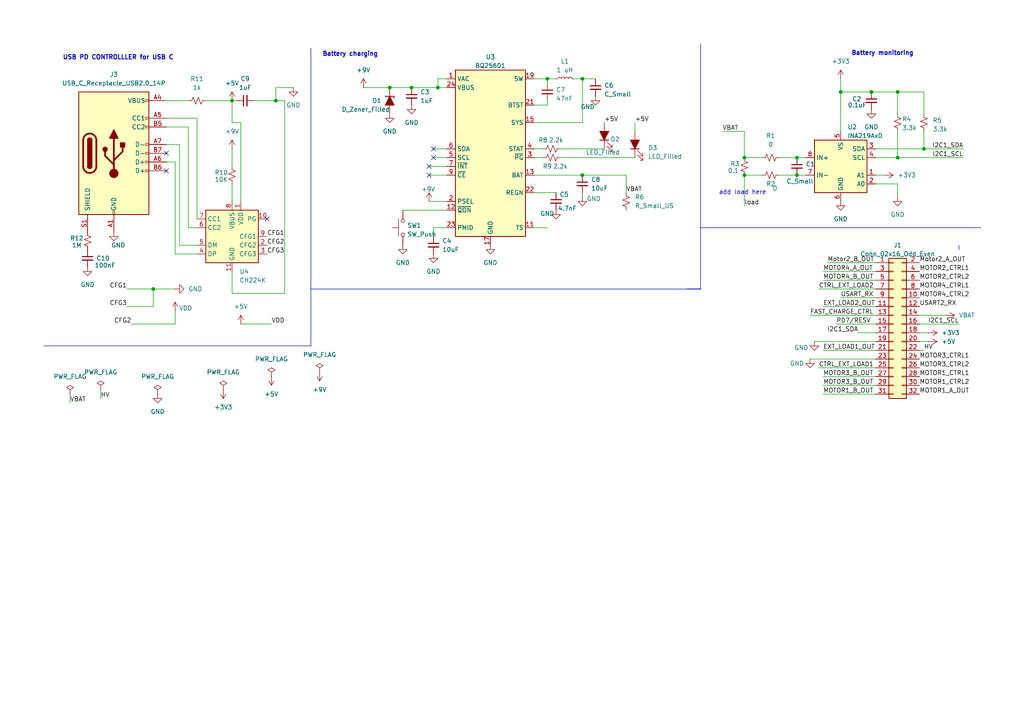
<source format=kicad_sch>
(kicad_sch (version 20250114) (generator "eeschema") (generator_version "9.0")
  (paper "A4")
  (lib_symbols
    (symbol "Battery_Management:BQ25601"
      (property "Reference" "U" (at -8.89 26.67 0))
      (property "Value" "BQ25601" (at 6.35 26.67 0))
      (symbol "BQ25601_0_1"
        (rectangle (start -10.16 -22.86) (end 10.16 25.4) (stroke (width 0.254)) (fill (type background)))
      )
      (symbol "BQ25601_1_1"
        (pin input line (at -12.7 22.86 0) (length 2.54) (name "VAC") (number "1"))
        (pin power_in line (at -12.7 20.32 0) (length 2.54) (name "VBUS") (number "24"))
        (pin bidirectional line (at -12.7 2.54 0) (length 2.54) (name "SDA") (number "6"))
        (pin input line (at -12.7 0 0) (length 2.54) (name "SCL") (number "5"))
        (pin open_collector line (at -12.7 -2.54 0) (length 2.54) (name "~{INT}") (number "7"))
        (pin input line (at -12.7 -5.08 0) (length 2.54) (name "~{CE}") (number "9"))
        (pin input line (at -12.7 -12.7 0) (length 2.54) (name "PSEL") (number "2"))
        (pin input line (at -12.7 -15.24 0) (length 2.54) (name "~{QON}") (number "12"))
        (pin passive line (at -12.7 -20.32 0) (length 2.54) (name "PMID") (number "23"))
        (pin no_connect line (at -10.16 15.24 0) (length 2.54) (hide yes) (name "NC") (number "8"))
        (pin no_connect line (at -10.16 12.7 0) (length 2.54) (hide yes) (name "NC") (number "10"))
        (pin power_in line (at 0 -25.4 90) (length 2.54) (name "GND") (number "17"))
        (pin passive line (at 0 -25.4 90) (length 2.54) (hide yes) (name "GND") (number "18"))
        (pin passive line (at 0 -25.4 90) (length 2.54) (hide yes) (name "GND") (number "25"))
        (pin passive line (at 12.7 22.86 180) (length 2.54) (name "SW") (number "19"))
        (pin passive line (at 12.7 22.86 180) (length 2.54) (hide yes) (name "SW") (number "20"))
        (pin input line (at 12.7 15.24 180) (length 2.54) (name "BTST") (number "21"))
        (pin passive line (at 12.7 10.16 180) (length 2.54) (name "SYS") (number "15"))
        (pin passive line (at 12.7 10.16 180) (length 2.54) (hide yes) (name "SYS") (number "16"))
        (pin open_collector line (at 12.7 2.54 180) (length 2.54) (name "STAT") (number "4"))
        (pin open_collector line (at 12.7 0 180) (length 2.54) (name "~{PG}") (number "3"))
        (pin power_in line (at 12.7 -5.08 180) (length 2.54) (name "BAT") (number "13"))
        (pin passive line (at 12.7 -5.08 180) (length 2.54) (hide yes) (name "BAT") (number "14"))
        (pin passive line (at 12.7 -10.16 180) (length 2.54) (name "REGN") (number "22"))
        (pin passive line (at 12.7 -20.32 180) (length 2.54) (name "TS") (number "11"))
      )
    )
    (symbol "Connector:USB_C_Receptacle_USB2.0_14P" (pin_names (offset 1.016))
      (property "Reference" "J" (at 0 22.225 0))
      (property "Value" "USB_C_Receptacle_USB2.0_14P" (at 0 19.685 0))
      (symbol "USB_C_Receptacle_USB2.0_14P_0_0"
        (rectangle (start -0.254 -17.78) (end 0.254 -16.764))
        (rectangle (start 10.16 15.494) (end 9.144 14.986))
        (rectangle (start 10.16 10.414) (end 9.144 9.906))
        (rectangle (start 10.16 7.874) (end 9.144 7.366))
        (rectangle (start 10.16 2.794) (end 9.144 2.286))
        (rectangle (start 10.16 0.254) (end 9.144 -0.254))
        (rectangle (start 10.16 -2.286) (end 9.144 -2.794))
        (rectangle (start 10.16 -4.826) (end 9.144 -5.334))
      )
      (symbol "USB_C_Receptacle_USB2.0_14P_0_1"
        (rectangle (start -10.16 17.78) (end 10.16 -17.78) (stroke (width 0.254)) (fill (type background)))
        (polyline (pts (xy -8.89 -3.81) (xy -8.89 3.81)) (stroke (width 0.508)))
        (rectangle (start -7.62 -3.81) (end -6.35 3.81) (stroke (width 0.254)) (fill (type outline)))
        (arc (start -7.62 3.81) (mid -6.985 4.4423) (end -6.35 3.81) (stroke (width 0.254)))
        (arc (start -7.62 3.81) (mid -6.985 4.4423) (end -6.35 3.81) (stroke (width 0.254)) (fill (type outline)))
        (arc (start -8.89 3.81) (mid -6.985 5.7067) (end -5.08 3.81) (stroke (width 0.508)))
        (arc (start -5.08 -3.81) (mid -6.985 -5.7067) (end -8.89 -3.81) (stroke (width 0.508)))
        (arc (start -6.35 -3.81) (mid -6.985 -4.4423) (end -7.62 -3.81) (stroke (width 0.254)))
        (arc (start -6.35 -3.81) (mid -6.985 -4.4423) (end -7.62 -3.81) (stroke (width 0.254)) (fill (type outline)))
        (polyline (pts (xy -5.08 3.81) (xy -5.08 -3.81)) (stroke (width 0.508)))
        (circle (center -2.54 1.143) (radius 0.635) (stroke (width 0.254)) (fill (type outline)))
        (polyline (pts (xy -1.27 4.318) (xy 0 6.858) (xy 1.27 4.318) (xy -1.27 4.318)) (stroke (width 0.254)) (fill (type outline)))
        (polyline (pts (xy 0 -2.032) (xy 2.54 0.508) (xy 2.54 1.778)) (stroke (width 0.508)))
        (polyline (pts (xy 0 -3.302) (xy -2.54 -0.762) (xy -2.54 0.508)) (stroke (width 0.508)))
        (polyline (pts (xy 0 -5.842) (xy 0 4.318)) (stroke (width 0.508)))
        (circle (center 0 -5.842) (radius 1.27) (fill (type outline)))
        (rectangle (start 1.905 1.778) (end 3.175 3.048) (stroke (width 0.254)) (fill (type outline)))
      )
      (symbol "USB_C_Receptacle_USB2.0_14P_1_1"
        (pin passive line (at -7.62 -22.86 90) (length 5.08) (name "SHIELD") (number "S1"))
        (pin passive line (at 0 -22.86 90) (length 5.08) (name "GND") (number "A1"))
        (pin passive line (at 0 -22.86 90) (length 5.08) (hide yes) (name "GND") (number "A12"))
        (pin passive line (at 0 -22.86 90) (length 5.08) (hide yes) (name "GND") (number "B1"))
        (pin passive line (at 0 -22.86 90) (length 5.08) (hide yes) (name "GND") (number "B12"))
        (pin passive line (at 15.24 15.24 180) (length 5.08) (name "VBUS") (number "A4"))
        (pin passive line (at 15.24 15.24 180) (length 5.08) (hide yes) (name "VBUS") (number "A9"))
        (pin passive line (at 15.24 15.24 180) (length 5.08) (hide yes) (name "VBUS") (number "B4"))
        (pin passive line (at 15.24 15.24 180) (length 5.08) (hide yes) (name "VBUS") (number "B9"))
        (pin bidirectional line (at 15.24 10.16 180) (length 5.08) (name "CC1") (number "A5"))
        (pin bidirectional line (at 15.24 7.62 180) (length 5.08) (name "CC2") (number "B5"))
        (pin bidirectional line (at 15.24 2.54 180) (length 5.08) (name "D-") (number "A7"))
        (pin bidirectional line (at 15.24 0 180) (length 5.08) (name "D-") (number "B7"))
        (pin bidirectional line (at 15.24 -2.54 180) (length 5.08) (name "D+") (number "A6"))
        (pin bidirectional line (at 15.24 -5.08 180) (length 5.08) (name "D+") (number "B6"))
      )
    )
    (symbol "Connector_Generic:Conn_02x16_Odd_Even" (pin_names (offset 1.016) (hide yes))
      (property "Reference" "J" (at 1.27 20.32 0))
      (property "Value" "Conn_02x16_Odd_Even" (at 1.27 -22.86 0))
      (symbol "Conn_02x16_Odd_Even_1_1"
        (rectangle (start -1.27 19.05) (end 3.81 -21.59) (stroke (width 0.254)) (fill (type background)))
        (rectangle (start -1.27 17.907) (end 0 17.653) (stroke (width 0.1524)))
        (rectangle (start -1.27 15.367) (end 0 15.113) (stroke (width 0.1524)))
        (rectangle (start -1.27 12.827) (end 0 12.573) (stroke (width 0.1524)))
        (rectangle (start -1.27 10.287) (end 0 10.033) (stroke (width 0.1524)))
        (rectangle (start -1.27 7.747) (end 0 7.493) (stroke (width 0.1524)))
        (rectangle (start -1.27 5.207) (end 0 4.953) (stroke (width 0.1524)))
        (rectangle (start -1.27 2.667) (end 0 2.413) (stroke (width 0.1524)))
        (rectangle (start -1.27 0.127) (end 0 -0.127) (stroke (width 0.1524)))
        (rectangle (start -1.27 -2.413) (end 0 -2.667) (stroke (width 0.1524)))
        (rectangle (start -1.27 -4.953) (end 0 -5.207) (stroke (width 0.1524)))
        (rectangle (start -1.27 -7.493) (end 0 -7.747) (stroke (width 0.1524)))
        (rectangle (start -1.27 -10.033) (end 0 -10.287) (stroke (width 0.1524)))
        (rectangle (start -1.27 -12.573) (end 0 -12.827) (stroke (width 0.1524)))
        (rectangle (start -1.27 -15.113) (end 0 -15.367) (stroke (width 0.1524)))
        (rectangle (start -1.27 -17.653) (end 0 -17.907) (stroke (width 0.1524)))
        (rectangle (start -1.27 -20.193) (end 0 -20.447) (stroke (width 0.1524)))
        (rectangle (start 3.81 17.907) (end 2.54 17.653) (stroke (width 0.1524)))
        (rectangle (start 3.81 15.367) (end 2.54 15.113) (stroke (width 0.1524)))
        (rectangle (start 3.81 12.827) (end 2.54 12.573) (stroke (width 0.1524)))
        (rectangle (start 3.81 10.287) (end 2.54 10.033) (stroke (width 0.1524)))
        (rectangle (start 3.81 7.747) (end 2.54 7.493) (stroke (width 0.1524)))
        (rectangle (start 3.81 5.207) (end 2.54 4.953) (stroke (width 0.1524)))
        (rectangle (start 3.81 2.667) (end 2.54 2.413) (stroke (width 0.1524)))
        (rectangle (start 3.81 0.127) (end 2.54 -0.127) (stroke (width 0.1524)))
        (rectangle (start 3.81 -2.413) (end 2.54 -2.667) (stroke (width 0.1524)))
        (rectangle (start 3.81 -4.953) (end 2.54 -5.207) (stroke (width 0.1524)))
        (rectangle (start 3.81 -7.493) (end 2.54 -7.747) (stroke (width 0.1524)))
        (rectangle (start 3.81 -10.033) (end 2.54 -10.287) (stroke (width 0.1524)))
        (rectangle (start 3.81 -12.573) (end 2.54 -12.827) (stroke (width 0.1524)))
        (rectangle (start 3.81 -15.113) (end 2.54 -15.367) (stroke (width 0.1524)))
        (rectangle (start 3.81 -17.653) (end 2.54 -17.907) (stroke (width 0.1524)))
        (rectangle (start 3.81 -20.193) (end 2.54 -20.447) (stroke (width 0.1524)))
        (pin passive line (at -5.08 17.78 0) (length 3.81) (name "Pin_1") (number "1"))
        (pin passive line (at -5.08 15.24 0) (length 3.81) (name "Pin_3") (number "3"))
        (pin passive line (at -5.08 12.7 0) (length 3.81) (name "Pin_5") (number "5"))
        (pin passive line (at -5.08 10.16 0) (length 3.81) (name "Pin_7") (number "7"))
        (pin passive line (at -5.08 7.62 0) (length 3.81) (name "Pin_9") (number "9"))
        (pin passive line (at -5.08 5.08 0) (length 3.81) (name "Pin_11") (number "11"))
        (pin passive line (at -5.08 2.54 0) (length 3.81) (name "Pin_13") (number "13"))
        (pin passive line (at -5.08 0 0) (length 3.81) (name "Pin_15") (number "15"))
        (pin passive line (at -5.08 -2.54 0) (length 3.81) (name "Pin_17") (number "17"))
        (pin passive line (at -5.08 -5.08 0) (length 3.81) (name "Pin_19") (number "19"))
        (pin passive line (at -5.08 -7.62 0) (length 3.81) (name "Pin_21") (number "21"))
        (pin passive line (at -5.08 -10.16 0) (length 3.81) (name "Pin_23") (number "23"))
        (pin passive line (at -5.08 -12.7 0) (length 3.81) (name "Pin_25") (number "25"))
        (pin passive line (at -5.08 -15.24 0) (length 3.81) (name "Pin_27") (number "27"))
        (pin passive line (at -5.08 -17.78 0) (length 3.81) (name "Pin_29") (number "29"))
        (pin passive line (at -5.08 -20.32 0) (length 3.81) (name "Pin_31") (number "31"))
        (pin passive line (at 7.62 17.78 180) (length 3.81) (name "Pin_2") (number "2"))
        (pin passive line (at 7.62 15.24 180) (length 3.81) (name "Pin_4") (number "4"))
        (pin passive line (at 7.62 12.7 180) (length 3.81) (name "Pin_6") (number "6"))
        (pin passive line (at 7.62 10.16 180) (length 3.81) (name "Pin_8") (number "8"))
        (pin passive line (at 7.62 7.62 180) (length 3.81) (name "Pin_10") (number "10"))
        (pin passive line (at 7.62 5.08 180) (length 3.81) (name "Pin_12") (number "12"))
        (pin passive line (at 7.62 2.54 180) (length 3.81) (name "Pin_14") (number "14"))
        (pin passive line (at 7.62 0 180) (length 3.81) (name "Pin_16") (number "16"))
        (pin passive line (at 7.62 -2.54 180) (length 3.81) (name "Pin_18") (number "18"))
        (pin passive line (at 7.62 -5.08 180) (length 3.81) (name "Pin_20") (number "20"))
        (pin passive line (at 7.62 -7.62 180) (length 3.81) (name "Pin_22") (number "22"))
        (pin passive line (at 7.62 -10.16 180) (length 3.81) (name "Pin_24") (number "24"))
        (pin passive line (at 7.62 -12.7 180) (length 3.81) (name "Pin_26") (number "26"))
        (pin passive line (at 7.62 -15.24 180) (length 3.81) (name "Pin_28") (number "28"))
        (pin passive line (at 7.62 -17.78 180) (length 3.81) (name "Pin_30") (number "30"))
        (pin passive line (at 7.62 -20.32 180) (length 3.81) (name "Pin_32") (number "32"))
      )
    )
    (symbol "Device:C_Small" (pin_numbers (hide yes)) (pin_names (offset 0.254) (hide yes))
      (property "Reference" "C" (at 0.254 1.778 0))
      (property "Value" "C_Small" (at 0.254 -2.032 0))
      (symbol "C_Small_0_1"
        (polyline (pts (xy -1.524 0.508) (xy 1.524 0.508)) (stroke (width 0.3048)))
        (polyline (pts (xy -1.524 -0.508) (xy 1.524 -0.508)) (stroke (width 0.3302)))
      )
      (symbol "C_Small_1_1"
        (pin passive line (at 0 2.54 270) (length 2.032) (name "~") (number "1"))
        (pin passive line (at 0 -2.54 90) (length 2.032) (name "~") (number "2"))
      )
    )
    (symbol "Device:D_Zener_Filled" (pin_numbers (hide yes)) (pin_names (offset 1.016) (hide yes))
      (property "Reference" "D" (at 0 2.54 0))
      (property "Value" "D_Zener_Filled" (at 0 -2.54 0))
      (symbol "D_Zener_Filled_0_1"
        (polyline (pts (xy -1.27 -1.27) (xy -1.27 1.27) (xy -0.762 1.27)) (stroke (width 0.254)))
        (polyline (pts (xy 1.27 0) (xy -1.27 0)))
        (polyline (pts (xy 1.27 -1.27) (xy 1.27 1.27) (xy -1.27 0) (xy 1.27 -1.27)) (stroke (width 0.254)) (fill (type outline)))
      )
      (symbol "D_Zener_Filled_1_1"
        (pin passive line (at -3.81 0 0) (length 2.54) (name "K") (number "1"))
        (pin passive line (at 3.81 0 180) (length 2.54) (name "A") (number "2"))
      )
    )
    (symbol "Device:LED_Filled" (pin_numbers (hide yes)) (pin_names (offset 1.016) (hide yes))
      (property "Reference" "D" (at 0 2.54 0))
      (property "Value" "LED_Filled" (at 0 -2.54 0))
      (symbol "LED_Filled_0_1"
        (polyline (pts (xy -3.048 -0.762) (xy -4.572 -2.286) (xy -3.81 -2.286) (xy -4.572 -2.286) (xy -4.572 -1.524)))
        (polyline (pts (xy -1.778 -0.762) (xy -3.302 -2.286) (xy -2.54 -2.286) (xy -3.302 -2.286) (xy -3.302 -1.524)))
        (polyline (pts (xy -1.27 0) (xy 1.27 0)))
        (polyline (pts (xy -1.27 -1.27) (xy -1.27 1.27)) (stroke (width 0.254)))
        (polyline (pts (xy 1.27 -1.27) (xy 1.27 1.27) (xy -1.27 0) (xy 1.27 -1.27)) (stroke (width 0.254)) (fill (type outline)))
      )
      (symbol "LED_Filled_1_1"
        (pin passive line (at -3.81 0 0) (length 2.54) (name "K") (number "1"))
        (pin passive line (at 3.81 0 180) (length 2.54) (name "A") (number "2"))
      )
    )
    (symbol "Device:L_Small" (pin_numbers (hide yes)) (pin_names (offset 0.254) (hide yes))
      (property "Reference" "L" (at 0.762 1.016 0))
      (property "Value" "L_Small" (at 0.762 -1.016 0))
      (symbol "L_Small_0_1"
        (arc (start 0 2.032) (mid 0.5058 1.524) (end 0 1.016))
        (arc (start 0 1.016) (mid 0.5058 0.508) (end 0 0))
        (arc (start 0 0) (mid 0.5058 -0.508) (end 0 -1.016))
        (arc (start 0 -1.016) (mid 0.5058 -1.524) (end 0 -2.032))
      )
      (symbol "L_Small_1_1"
        (pin passive line (at 0 2.54 270) (length 0.508) (name "~") (number "1"))
        (pin passive line (at 0 -2.54 90) (length 0.508) (name "~") (number "2"))
      )
    )
    (symbol "Device:R_Small_US" (pin_numbers (hide yes)) (pin_names (offset 0.254) (hide yes))
      (property "Reference" "R" (at 0.762 0.508 0))
      (property "Value" "R_Small_US" (at 0.762 -1.016 0))
      (symbol "R_Small_US_1_1"
        (polyline (pts (xy 0 1.524) (xy 1.016 1.143) (xy 0 0.762) (xy -1.016 0.381) (xy 0 0)))
        (polyline (pts (xy 0 0) (xy 1.016 -0.381) (xy 0 -0.762) (xy -1.016 -1.143) (xy 0 -1.524)))
        (pin passive line (at 0 2.54 270) (length 1.016) (name "~") (number "1"))
        (pin passive line (at 0 -2.54 90) (length 1.016) (name "~") (number "2"))
      )
    )
    (symbol "GND_1" (power) (pin_numbers (hide yes)) (pin_names (offset 0) (hide yes))
      (property "Value" "GND" (at 0 -3.81 0))
      (symbol "GND_1_0_1"
        (polyline (pts (xy 0 0) (xy 0 -1.27) (xy 1.27 -1.27) (xy 0 -2.54) (xy -1.27 -1.27) (xy 0 -1.27)))
      )
      (symbol "GND_1_1_1"
        (pin power_in line (at 0 0 270) (length 0) (name "~") (number "1"))
      )
    )
    (symbol "GND_10" (power) (pin_numbers (hide yes)) (pin_names (offset 0) (hide yes))
      (property "Value" "GND" (at 0 -3.81 0))
      (symbol "GND_10_0_1"
        (polyline (pts (xy 0 0) (xy 0 -1.27) (xy 1.27 -1.27) (xy 0 -2.54) (xy -1.27 -1.27) (xy 0 -1.27)))
      )
      (symbol "GND_10_1_1"
        (pin power_in line (at 0 0 270) (length 0) (name "~") (number "1"))
      )
    )
    (symbol "GND_11" (power) (pin_numbers (hide yes)) (pin_names (offset 0) (hide yes))
      (property "Value" "GND" (at 0 -3.81 0))
      (symbol "GND_11_0_1"
        (polyline (pts (xy 0 0) (xy 0 -1.27) (xy 1.27 -1.27) (xy 0 -2.54) (xy -1.27 -1.27) (xy 0 -1.27)))
      )
      (symbol "GND_11_1_1"
        (pin power_in line (at 0 0 270) (length 0) (name "~") (number "1"))
      )
    )
    (symbol "GND_12" (power) (pin_numbers (hide yes)) (pin_names (offset 0) (hide yes))
      (property "Value" "GND" (at 0 -3.81 0))
      (symbol "GND_12_0_1"
        (polyline (pts (xy 0 0) (xy 0 -1.27) (xy 1.27 -1.27) (xy 0 -2.54) (xy -1.27 -1.27) (xy 0 -1.27)))
      )
      (symbol "GND_12_1_1"
        (pin power_in line (at 0 0 270) (length 0) (name "~") (number "1"))
      )
    )
    (symbol "GND_13" (power) (pin_numbers (hide yes)) (pin_names (offset 0) (hide yes))
      (property "Value" "GND" (at 0 -3.81 0))
      (symbol "GND_13_0_1"
        (polyline (pts (xy 0 0) (xy 0 -1.27) (xy 1.27 -1.27) (xy 0 -2.54) (xy -1.27 -1.27) (xy 0 -1.27)))
      )
      (symbol "GND_13_1_1"
        (pin power_in line (at 0 0 270) (length 0) (name "~") (number "1"))
      )
    )
    (symbol "GND_14" (power) (pin_numbers (hide yes)) (pin_names (offset 0) (hide yes))
      (property "Value" "GND" (at 0 -3.81 0))
      (symbol "GND_14_0_1"
        (polyline (pts (xy 0 0) (xy 0 -1.27) (xy 1.27 -1.27) (xy 0 -2.54) (xy -1.27 -1.27) (xy 0 -1.27)))
      )
      (symbol "GND_14_1_1"
        (pin power_in line (at 0 0 270) (length 0) (name "~") (number "1"))
      )
    )
    (symbol "GND_15" (power) (pin_numbers (hide yes)) (pin_names (offset 0) (hide yes))
      (property "Value" "GND" (at 0 -3.81 0))
      (symbol "GND_15_0_1"
        (polyline (pts (xy 0 0) (xy 0 -1.27) (xy 1.27 -1.27) (xy 0 -2.54) (xy -1.27 -1.27) (xy 0 -1.27)))
      )
      (symbol "GND_15_1_1"
        (pin power_in line (at 0 0 270) (length 0) (name "~") (number "1"))
      )
    )
    (symbol "GND_16" (power) (pin_numbers (hide yes)) (pin_names (offset 0) (hide yes))
      (property "Value" "GND" (at 0 -3.81 0))
      (symbol "GND_16_0_1"
        (polyline (pts (xy 0 0) (xy 0 -1.27) (xy 1.27 -1.27) (xy 0 -2.54) (xy -1.27 -1.27) (xy 0 -1.27)))
      )
      (symbol "GND_16_1_1"
        (pin power_in line (at 0 0 270) (length 0) (name "~") (number "1"))
      )
    )
    (symbol "GND_17" (power) (pin_numbers (hide yes)) (pin_names (offset 0) (hide yes))
      (property "Value" "GND" (at 0 -3.81 0))
      (symbol "GND_17_0_1"
        (polyline (pts (xy 0 0) (xy 0 -1.27) (xy 1.27 -1.27) (xy 0 -2.54) (xy -1.27 -1.27) (xy 0 -1.27)))
      )
      (symbol "GND_17_1_1"
        (pin power_in line (at 0 0 270) (length 0) (name "~") (number "1"))
      )
    )
    (symbol "GND_18" (power) (pin_numbers (hide yes)) (pin_names (offset 0) (hide yes))
      (property "Value" "GND" (at 0 -3.81 0))
      (symbol "GND_18_0_1"
        (polyline (pts (xy 0 0) (xy 0 -1.27) (xy 1.27 -1.27) (xy 0 -2.54) (xy -1.27 -1.27) (xy 0 -1.27)))
      )
      (symbol "GND_18_1_1"
        (pin power_in line (at 0 0 270) (length 0) (name "~") (number "1"))
      )
    )
    (symbol "GND_19" (power) (pin_numbers (hide yes)) (pin_names (offset 0) (hide yes))
      (property "Value" "GND" (at 0 -3.81 0))
      (symbol "GND_19_0_1"
        (polyline (pts (xy 0 0) (xy 0 -1.27) (xy 1.27 -1.27) (xy 0 -2.54) (xy -1.27 -1.27) (xy 0 -1.27)))
      )
      (symbol "GND_19_1_1"
        (pin power_in line (at 0 0 270) (length 0) (name "~") (number "1"))
      )
    )
    (symbol "GND_2" (power) (pin_numbers (hide yes)) (pin_names (offset 0) (hide yes))
      (property "Value" "GND" (at 0 -3.81 0))
      (symbol "GND_2_0_1"
        (polyline (pts (xy 0 0) (xy 0 -1.27) (xy 1.27 -1.27) (xy 0 -2.54) (xy -1.27 -1.27) (xy 0 -1.27)))
      )
      (symbol "GND_2_1_1"
        (pin power_in line (at 0 0 270) (length 0) (name "~") (number "1"))
      )
    )
    (symbol "GND_3" (power) (pin_numbers (hide yes)) (pin_names (offset 0) (hide yes))
      (property "Value" "GND" (at 0 -3.81 0))
      (symbol "GND_3_0_1"
        (polyline (pts (xy 0 0) (xy 0 -1.27) (xy 1.27 -1.27) (xy 0 -2.54) (xy -1.27 -1.27) (xy 0 -1.27)))
      )
      (symbol "GND_3_1_1"
        (pin power_in line (at 0 0 270) (length 0) (name "~") (number "1"))
      )
    )
    (symbol "GND_4" (power) (pin_numbers (hide yes)) (pin_names (offset 0) (hide yes))
      (property "Value" "GND" (at 0 -3.81 0))
      (symbol "GND_4_0_1"
        (polyline (pts (xy 0 0) (xy 0 -1.27) (xy 1.27 -1.27) (xy 0 -2.54) (xy -1.27 -1.27) (xy 0 -1.27)))
      )
      (symbol "GND_4_1_1"
        (pin power_in line (at 0 0 270) (length 0) (name "~") (number "1"))
      )
    )
    (symbol "GND_5" (power) (pin_numbers (hide yes)) (pin_names (offset 0) (hide yes))
      (property "Value" "GND" (at 0 -3.81 0))
      (symbol "GND_5_0_1"
        (polyline (pts (xy 0 0) (xy 0 -1.27) (xy 1.27 -1.27) (xy 0 -2.54) (xy -1.27 -1.27) (xy 0 -1.27)))
      )
      (symbol "GND_5_1_1"
        (pin power_in line (at 0 0 270) (length 0) (name "~") (number "1"))
      )
    )
    (symbol "GND_6" (power) (pin_numbers (hide yes)) (pin_names (offset 0) (hide yes))
      (property "Value" "GND" (at 0 -3.81 0))
      (symbol "GND_6_0_1"
        (polyline (pts (xy 0 0) (xy 0 -1.27) (xy 1.27 -1.27) (xy 0 -2.54) (xy -1.27 -1.27) (xy 0 -1.27)))
      )
      (symbol "GND_6_1_1"
        (pin power_in line (at 0 0 270) (length 0) (name "~") (number "1"))
      )
    )
    (symbol "GND_9" (power) (pin_numbers (hide yes)) (pin_names (offset 0) (hide yes))
      (property "Value" "GND" (at 0 -3.81 0))
      (symbol "GND_9_0_1"
        (polyline (pts (xy 0 0) (xy 0 -1.27) (xy 1.27 -1.27) (xy 0 -2.54) (xy -1.27 -1.27) (xy 0 -1.27)))
      )
      (symbol "GND_9_1_1"
        (pin power_in line (at 0 0 270) (length 0) (name "~") (number "1"))
      )
    )
    (symbol "Interface_USB:CH224K"
      (property "Reference" "U" (at -7.874 -8.89 0))
      (property "Value" "CH224K" (at 3.048 -8.89 0))
      (symbol "CH224K_1_1"
        (rectangle (start -7.62 7.62) (end 7.62 -7.62) (stroke (width 0.254)) (fill (type background)))
        (pin bidirectional line (at -10.16 5.08 0) (length 2.54) (name "CC1") (number "7"))
        (pin bidirectional line (at -10.16 2.54 0) (length 2.54) (name "CC2") (number "6"))
        (pin bidirectional line (at -10.16 -2.54 0) (length 2.54) (name "DM") (number "5"))
        (pin bidirectional line (at -10.16 -5.08 0) (length 2.54) (name "DP") (number "4"))
        (pin passive line (at 0 10.16 270) (length 2.54) (name "VBUS") (number "8"))
        (pin power_in line (at 0 -10.16 90) (length 2.54) (name "GND") (number "11"))
        (pin power_in line (at 2.54 10.16 270) (length 2.54) (name "VDD") (number "1"))
        (pin open_collector line (at 10.16 5.08 180) (length 2.54) (name "PG") (number "10"))
        (pin passive line (at 10.16 0 180) (length 2.54) (name "CFG1") (number "9"))
        (pin passive line (at 10.16 -2.54 180) (length 2.54) (name "CFG2") (number "2"))
        (pin passive line (at 10.16 -5.08 180) (length 2.54) (name "CFG3") (number "3"))
      )
    )
    (symbol "Sensor_Energy:INA219AxD"
      (property "Reference" "U" (at -6.35 8.89 0))
      (property "Value" "INA219AxD" (at 5.08 8.89 0))
      (symbol "INA219AxD_0_1"
        (rectangle (start -7.62 7.62) (end 7.62 -7.62) (stroke (width 0.254)) (fill (type background)))
      )
      (symbol "INA219AxD_1_1"
        (pin input line (at -10.16 2.54 0) (length 2.54) (name "IN+") (number "8"))
        (pin input line (at -10.16 -2.54 0) (length 2.54) (name "IN-") (number "7"))
        (pin power_in line (at 0 10.16 270) (length 2.54) (name "VS") (number "5"))
        (pin power_in line (at 0 -10.16 90) (length 2.54) (name "GND") (number "6"))
        (pin bidirectional line (at 10.16 5.08 180) (length 2.54) (name "SDA") (number "3"))
        (pin input line (at 10.16 2.54 180) (length 2.54) (name "SCL") (number "4"))
        (pin input line (at 10.16 -2.54 180) (length 2.54) (name "A1") (number "1"))
        (pin input line (at 10.16 -5.08 180) (length 2.54) (name "A0") (number "2"))
      )
    )
    (symbol "Switch:SW_Push" (pin_numbers (hide yes)) (pin_names (offset 1.016) (hide yes))
      (property "Reference" "SW" (at 1.27 2.54 0))
      (property "Value" "SW_Push" (at 0 -1.524 0))
      (symbol "SW_Push_0_1"
        (circle (center -2.032 0) (radius 0.508))
        (polyline (pts (xy 0 1.27) (xy 0 3.048)))
        (circle (center 2.032 0) (radius 0.508))
        (polyline (pts (xy 2.54 1.27) (xy -2.54 1.27)))
        (pin passive line (at -5.08 0 0) (length 2.54) (name "1") (number "1"))
        (pin passive line (at 5.08 0 180) (length 2.54) (name "2") (number "2"))
      )
    )
    (symbol "power:+3V3" (power) (pin_numbers (hide yes)) (pin_names (offset 0) (hide yes))
      (property "Value" "+3V3" (at 0 3.556 0))
      (symbol "+3V3_0_1"
        (polyline (pts (xy -0.762 1.27) (xy 0 2.54)))
        (polyline (pts (xy 0 2.54) (xy 0.762 1.27)))
        (polyline (pts (xy 0 0) (xy 0 2.54)))
      )
      (symbol "+3V3_1_1"
        (pin power_in line (at 0 0 90) (length 0) (name "~") (number "1"))
      )
    )
    (symbol "power:+5V" (power) (pin_numbers (hide yes)) (pin_names (offset 0) (hide yes))
      (property "Value" "+5V" (at 0 3.556 0))
      (symbol "+5V_0_1"
        (polyline (pts (xy -0.762 1.27) (xy 0 2.54)))
        (polyline (pts (xy 0 2.54) (xy 0.762 1.27)))
        (polyline (pts (xy 0 0) (xy 0 2.54)))
      )
      (symbol "+5V_1_1"
        (pin power_in line (at 0 0 90) (length 0) (name "~") (number "1"))
      )
    )
    (symbol "power:+9V" (power) (pin_numbers (hide yes)) (pin_names (offset 0) (hide yes))
      (property "Value" "+9V" (at 0 3.556 0))
      (symbol "+9V_0_1"
        (polyline (pts (xy -0.762 1.27) (xy 0 2.54)))
        (polyline (pts (xy 0 2.54) (xy 0.762 1.27)))
        (polyline (pts (xy 0 0) (xy 0 2.54)))
      )
      (symbol "+9V_1_1"
        (pin power_in line (at 0 0 90) (length 0) (name "~") (number "1"))
      )
    )
    (symbol "power:+BATT" (power) (pin_numbers (hide yes)) (pin_names (offset 0) (hide yes))
      (property "Value" "+BATT" (at 0 3.556 0))
      (symbol "+BATT_0_1"
        (polyline (pts (xy -0.762 1.27) (xy 0 2.54)))
        (polyline (pts (xy 0 2.54) (xy 0.762 1.27)))
        (polyline (pts (xy 0 0) (xy 0 2.54)))
      )
      (symbol "+BATT_1_1"
        (pin power_in line (at 0 0 90) (length 0) (name "~") (number "1"))
      )
    )
    (symbol "power:GND" (power) (pin_numbers (hide yes)) (pin_names (offset 0) (hide yes))
      (property "Value" "GND" (at 0 -3.81 0))
      (symbol "GND_0_1"
        (polyline (pts (xy 0 0) (xy 0 -1.27) (xy 1.27 -1.27) (xy 0 -2.54) (xy -1.27 -1.27) (xy 0 -1.27)))
      )
      (symbol "GND_1_1"
        (pin power_in line (at 0 0 270) (length 0) (name "~") (number "1"))
      )
    )
    (symbol "power:PWR_FLAG" (power) (pin_numbers (hide yes)) (pin_names (offset 0) (hide yes))
      (property "Value" "PWR_FLAG" (at 0 3.81 0))
      (symbol "PWR_FLAG_0_0"
        (pin power_out line (at 0 0 90) (length 0) (name "~") (number "1"))
      )
      (symbol "PWR_FLAG_0_1"
        (polyline (pts (xy 0 0) (xy 0 1.27) (xy -1.016 1.905) (xy 0 2.54) (xy 1.016 1.905) (xy 0 1.27)))
      )
    )
    (symbol "power:VDD" (power) (pin_numbers (hide yes)) (pin_names (offset 0) (hide yes))
      (property "Value" "VDD" (at 0 3.556 0))
      (symbol "VDD_0_1"
        (polyline (pts (xy -0.762 1.27) (xy 0 2.54)))
        (polyline (pts (xy 0 2.54) (xy 0.762 1.27)))
        (polyline (pts (xy 0 0) (xy 0 2.54)))
      )
      (symbol "VDD_1_1"
        (pin power_in line (at 0 0 90) (length 0) (name "~") (number "1"))
      )
    )
  )
  (text "add load here" (at 215.392 55.88 0) (effects (font (size 1.27 1.27))))
  (text "USB PD CONTROLLLER for USB C" (at 34.29 16.764 0) (effects (font (size 1.27 1.27) (thickness 0.254) (bold yes))))
  (text "Battery charging" (at 93.472 16.51 0) (effects (font (size 1.27 1.27) (thickness 0.254) (bold yes)) (justify left bottom)))
  (text "Battery monitoring" (at 246.888 16.256 0) (effects (font (size 1.27 1.27) (thickness 0.254) (bold yes)) (justify left bottom)))
  (junction (at 260.35 45.72))
  (junction (at 215.9 45.72))
  (junction (at 231.14 50.8))
  (junction (at 231.14 45.72))
  (junction (at 80.01 29.21))
  (junction (at 215.9 50.8))
  (junction (at 168.91 22.86))
  (junction (at 243.84 26.67))
  (junction (at 267.97 43.18))
  (junction (at 113.03 25.4))
  (junction (at 67.31 29.21))
  (junction (at 168.91 50.8))
  (junction (at 119.38 25.4))
  (junction (at 252.73 26.67))
  (junction (at 44.45 83.82))
  (junction (at 127 25.4))
  (junction (at 260.35 26.67))
  (junction (at 158.75 22.86))
  (no_connect (at 48.26 44.45))
  (no_connect (at 77.47 63.5))
  (no_connect (at 48.26 49.53))
  (no_connect (at 125.73 45.72))
  (no_connect (at 124.46 48.26))
  (no_connect (at 124.46 50.8))
  (no_connect (at 125.73 43.18))
  (wire (pts (xy 127 25.4) (xy 129.54 25.4)))
  (wire (pts (xy 238.76 78.74) (xy 254 78.74)))
  (wire (pts (xy 242.57 93.98) (xy 254 93.98)))
  (wire (pts (xy 237.49 83.82) (xy 254 83.82)))
  (polyline (pts (xy 203.2 83.82) (xy 203.2 66.04)))
  (wire (pts (xy 52.07 71.12) (xy 57.15 71.12)))
  (wire (pts (xy 184.15 35.56) (xy 184.15 38.1)))
  (wire (pts (xy 266.7 93.98) (xy 278.13 93.98)))
  (wire (pts (xy 243.84 26.67) (xy 252.73 26.67)))
  (wire (pts (xy 105.41 25.4) (xy 113.03 25.4)))
  (wire (pts (xy 154.94 30.48) (xy 158.75 30.48)))
  (wire (pts (xy 54.61 36.83) (xy 54.61 66.04)))
  (wire (pts (xy 124.46 50.8) (xy 129.54 50.8)))
  (wire (pts (xy 158.75 22.86) (xy 158.75 24.13)))
  (wire (pts (xy 240.03 76.2) (xy 254 76.2)))
  (wire (pts (xy 67.31 53.34) (xy 67.31 58.42)))
  (wire (pts (xy 69.85 35.56) (xy 69.85 58.42)))
  (wire (pts (xy 260.35 45.72) (xy 279.4 45.72)))
  (wire (pts (xy 266.7 101.6) (xy 267.97 101.6)))
  (wire (pts (xy 67.31 29.21) (xy 68.58 29.21)))
  (wire (pts (xy 44.45 83.82) (xy 50.8 83.82)))
  (wire (pts (xy 254 53.34) (xy 260.35 53.34)))
  (wire (pts (xy 209.55 38.1) (xy 215.9 38.1)))
  (wire (pts (xy 44.45 83.82) (xy 44.45 88.9)))
  (wire (pts (xy 234.95 91.44) (xy 254 91.44)))
  (wire (pts (xy 69.85 93.98) (xy 78.74 93.98)))
  (wire (pts (xy 231.14 50.8) (xy 233.68 50.8)))
  (wire (pts (xy 252.73 26.67) (xy 260.35 26.67)))
  (wire (pts (xy 48.26 36.83) (xy 54.61 36.83)))
  (wire (pts (xy 243.84 22.86) (xy 243.84 26.67)))
  (wire (pts (xy 124.46 48.26) (xy 129.54 48.26)))
  (polyline (pts (xy 203.2 12.7) (xy 203.2 66.04)))
  (wire (pts (xy 260.35 53.34) (xy 260.35 57.15)))
  (wire (pts (xy 267.97 26.67) (xy 267.97 33.02)))
  (wire (pts (xy 238.76 111.76) (xy 254 111.76)))
  (wire (pts (xy 162.56 45.72) (xy 184.15 45.72)))
  (wire (pts (xy 234.95 104.14) (xy 254 104.14)))
  (wire (pts (xy 215.9 45.72) (xy 220.98 45.72)))
  (wire (pts (xy 166.37 22.86) (xy 168.91 22.86)))
  (wire (pts (xy 231.14 45.72) (xy 233.68 45.72)))
  (wire (pts (xy 129.54 22.86) (xy 127 22.86)))
  (wire (pts (xy 238.76 109.22) (xy 254 109.22)))
  (wire (pts (xy 50.8 73.66) (xy 57.15 73.66)))
  (wire (pts (xy 237.49 106.68) (xy 254 106.68)))
  (polyline (pts (xy 90.17 13.97) (xy 90.17 100.33)))
  (wire (pts (xy 125.73 43.18) (xy 129.54 43.18)))
  (wire (pts (xy 154.94 66.04) (xy 158.75 66.04)))
  (wire (pts (xy 52.07 41.91) (xy 52.07 71.12)))
  (wire (pts (xy 254 50.8) (xy 256.54 50.8)))
  (wire (pts (xy 248.92 96.52) (xy 254 96.52)))
  (wire (pts (xy 67.31 85.09) (xy 67.31 78.74)))
  (polyline (pts (xy 199.39 83.82) (xy 203.2 83.82)))
  (polyline (pts (xy 278.13 71.12) (xy 278.13 72.39)))
  (wire (pts (xy 29.21 113.03) (xy 29.21 115.57)))
  (wire (pts (xy 125.73 45.72) (xy 129.54 45.72)))
  (wire (pts (xy 48.26 29.21) (xy 54.61 29.21)))
  (wire (pts (xy 36.83 88.9) (xy 44.45 88.9)))
  (wire (pts (xy 267.97 43.18) (xy 279.4 43.18)))
  (wire (pts (xy 38.1 93.98) (xy 50.8 93.98)))
  (wire (pts (xy 67.31 29.21) (xy 67.31 35.56)))
  (wire (pts (xy 154.94 35.56) (xy 168.91 35.56)))
  (wire (pts (xy 266.7 91.44) (xy 274.32 91.44)))
  (wire (pts (xy 267.97 38.1) (xy 267.97 43.18)))
  (wire (pts (xy 48.26 41.91) (xy 52.07 41.91)))
  (wire (pts (xy 168.91 50.8) (xy 181.61 50.8)))
  (wire (pts (xy 226.06 50.8) (xy 231.14 50.8)))
  (wire (pts (xy 254 43.18) (xy 267.97 43.18)))
  (wire (pts (xy 48.26 34.29) (xy 57.15 34.29)))
  (wire (pts (xy 80.01 25.4) (xy 80.01 29.21)))
  (wire (pts (xy 67.31 43.18) (xy 67.31 48.26)))
  (wire (pts (xy 67.31 35.56) (xy 69.85 35.56)))
  (wire (pts (xy 266.7 99.06) (xy 269.24 99.06)))
  (wire (pts (xy 158.75 30.48) (xy 158.75 29.21)))
  (wire (pts (xy 54.61 66.04) (xy 57.15 66.04)))
  (wire (pts (xy 73.66 29.21) (xy 80.01 29.21)))
  (wire (pts (xy 59.69 29.21) (xy 67.31 29.21)))
  (wire (pts (xy 181.61 50.8) (xy 181.61 55.88)))
  (wire (pts (xy 162.56 43.18) (xy 175.26 43.18)))
  (wire (pts (xy 82.55 85.09) (xy 67.31 85.09)))
  (wire (pts (xy 20.32 116.84) (xy 20.32 114.3)))
  (wire (pts (xy 154.94 45.72) (xy 157.48 45.72)))
  (wire (pts (xy 129.54 66.04) (xy 125.73 66.04)))
  (wire (pts (xy 48.26 46.99) (xy 50.8 46.99)))
  (wire (pts (xy 158.75 22.86) (xy 161.29 22.86)))
  (wire (pts (xy 260.35 38.1) (xy 260.35 45.72)))
  (wire (pts (xy 168.91 57.15) (xy 168.91 55.88)))
  (wire (pts (xy 125.73 66.04) (xy 125.73 68.58)))
  (wire (pts (xy 124.46 58.42) (xy 129.54 58.42)))
  (wire (pts (xy 266.7 96.52) (xy 269.24 96.52)))
  (wire (pts (xy 116.84 60.96) (xy 129.54 60.96)))
  (wire (pts (xy 127 22.86) (xy 127 25.4)))
  (wire (pts (xy 238.76 101.6) (xy 254 101.6)))
  (wire (pts (xy 50.8 90.17) (xy 50.8 93.98)))
  (wire (pts (xy 154.94 50.8) (xy 168.91 50.8)))
  (wire (pts (xy 36.83 83.82) (xy 44.45 83.82)))
  (wire (pts (xy 238.76 81.28) (xy 254 81.28)))
  (wire (pts (xy 168.91 22.86) (xy 168.91 35.56)))
  (wire (pts (xy 254 45.72) (xy 260.35 45.72)))
  (wire (pts (xy 243.84 86.36) (xy 254 86.36)))
  (polyline (pts (xy 12.7 100.33) (xy 90.17 100.33)))
  (wire (pts (xy 168.91 22.86) (xy 172.72 22.86)))
  (wire (pts (xy 161.29 55.88) (xy 154.94 55.88)))
  (wire (pts (xy 154.94 22.86) (xy 158.75 22.86)))
  (wire (pts (xy 243.84 26.67) (xy 243.84 38.1)))
  (polyline (pts (xy 203.2 66.04) (xy 284.48 66.04)))
  (wire (pts (xy 215.9 50.8) (xy 215.9 59.69)))
  (wire (pts (xy 238.76 114.3) (xy 254 114.3)))
  (wire (pts (xy 57.15 34.29) (xy 57.15 63.5)))
  (wire (pts (xy 113.03 25.4) (xy 119.38 25.4)))
  (wire (pts (xy 236.22 99.06) (xy 254 99.06)))
  (polyline (pts (xy 90.17 83.82) (xy 203.2 83.82)))
  (wire (pts (xy 82.55 29.21) (xy 82.55 85.09)))
  (wire (pts (xy 119.38 25.4) (xy 127 25.4)))
  (wire (pts (xy 238.76 88.9) (xy 254 88.9)))
  (wire (pts (xy 80.01 25.4) (xy 85.09 25.4)))
  (wire (pts (xy 50.8 46.99) (xy 50.8 73.66)))
  (wire (pts (xy 154.94 43.18) (xy 157.48 43.18)))
  (wire (pts (xy 215.9 38.1) (xy 215.9 45.72)))
  (wire (pts (xy 226.06 45.72) (xy 231.14 45.72)))
  (wire (pts (xy 260.35 26.67) (xy 267.97 26.67)))
  (wire (pts (xy 260.35 26.67) (xy 260.35 33.02)))
  (wire (pts (xy 80.01 29.21) (xy 82.55 29.21)))
  (wire (pts (xy 215.9 50.8) (xy 220.98 50.8)))
  (label "I2C1_SCL" (at 278.13 93.98 180))
  (label "+5V" (at 184.15 35.56 0))
  (label "CFG1" (at 77.47 68.58 0))
  (label "MOTOR3_CTRL2" (at 266.7 106.68 0))
  (label "MOTOR1_CTRL1" (at 266.7 109.22 0))
  (label "CFG3" (at 77.47 73.66 0))
  (label "VBAT" (at 181.61 55.88 0))
  (label "HV" (at 267.97 101.6 0))
  (label "CFG2" (at 77.47 71.12 0))
  (label "MOTOR4_CTRL1" (at 266.7 83.82 0))
  (label "Motor2_A_OUT" (at 266.7 76.2 0))
  (label "I2C1_SDA" (at 279.4 43.18 180))
  (label "MOTOR3_CTRL1" (at 266.7 104.14 0))
  (label "EXT_LOAD2_OUT" (at 238.76 88.9 0))
  (label "+5V" (at 175.26 35.56 0))
  (label "Motor2_B_OUT" (at 240.03 76.2 0))
  (label "MOTOR4_A_OUT" (at 238.76 78.74 0))
  (label "CTRL_EXT_LOAD1" (at 237.49 106.68 0))
  (label "CFG1" (at 36.83 83.82 180))
  (label "EXT_LOAD1_OUT" (at 238.76 101.6 0))
  (label "VBAT" (at 20.32 116.84 0))
  (label "MOTOR3_B_OUT" (at 238.76 111.76 0))
  (label "VDD" (at 78.74 93.98 0))
  (label "MOTOR3_B_OUT" (at 238.76 109.22 0))
  (label "USART2_RX" (at 266.7 88.9 0))
  (label "MOTOR4_CTRL2" (at 266.7 86.36 0))
  (label "MOTOR4_B_OUT" (at 238.76 81.28 0))
  (label "load" (at 215.9 59.69 0))
  (label "I2C1_SDA" (at 248.92 96.52 180))
  (label "CFG3" (at 36.83 88.9 180))
  (label "USART_RX" (at 243.84 86.36 0))
  (label "CTRL_EXT_LOAD2" (at 237.49 83.82 0))
  (label "CFG2" (at 38.1 93.98 180))
  (label "MOTOR2_CTRL2" (at 266.7 81.28 0))
  (label "I2C1_SCL" (at 279.4 45.72 180))
  (label "MOTOR1_CTRL2" (at 266.7 111.76 0))
  (label "MOTOR1_A_OUT" (at 266.7 114.3 0))
  (label "MOTOR1_B_OUT" (at 238.76 114.3 0))
  (label "MOTOR2_CTRL1" (at 266.7 78.74 0))
  (label "VBAT" (at 209.55 38.1 0))
  (label "PD7{slash}RESV" (at 242.57 93.98 0))
  (label "FAST_CHARGE_CTRL" (at 234.95 91.44 0))
  (label "HV" (at 29.21 115.57 0))
  (symbol (lib_id "Connector:USB_C_Receptacle_USB2.0_14P") (at 33.02 44.45 0) (unit 1)
    (property "Reference" "J3" (at 33.02 21.59 0))
    (property "Value" "USB_C_Receptacle_USB2.0_14P" (at 33.02 24.13 0))
    (property "Datasheet" "https://www.usb.org/sites/default/files/documents/usb_type-c.zip" (effects (hide yes)))
    (property "Description" "USB 2.0-only 14P Type-C Receptacle connector" (effects (hide yes)))
  )
  (symbol (lib_id "Device:C_Small") (at 168.91 53.34 0) (unit 1)
    (property "Reference" "C8" (at 171.45 52.0762 0) (effects (justify left)))
    (property "Value" "10uF" (at 171.45 54.6162 0) (effects (justify left)))
  )
  (symbol (lib_name "GND_15") (lib_id "power:GND") (at 172.72 27.94 0) (unit 1)
    (property "Reference" "#PWR09" (effects (hide yes)))
    (property "Value" "GND" (at 170.434 30.988 0))
    (property "Description" "Power symbol creates a global label with name \"GND\" , ground" (effects (hide yes)))
  )
  (symbol (lib_id "power:VDD") (at 50.8 90.17 0) (unit 1)
    (property "Reference" "#PWR019" (effects (hide yes)))
    (property "Value" "VDD" (at 53.848 89.408 0))
    (property "Description" "Power symbol creates a global label with name \"VDD\"" (effects (hide yes)))
  )
  (symbol (lib_id "power:+3V3") (at 69.85 93.98 0) (unit 1)
    (property "Reference" "#PWR03" (effects (hide yes)))
    (property "Value" "+5V" (at 69.85 88.9 0))
    (property "Description" "Power symbol creates a global label with name \"+3V3\"" (effects (hide yes)))
  )
  (symbol (lib_id "Device:C_Small") (at 161.29 58.42 0) (unit 1)
    (property "Reference" "C5" (at 162.306 56.388 0) (effects (justify left)))
    (property "Value" "4.7nF" (at 161.798 60.452 0) (effects (justify left)))
  )
  (symbol (lib_name "GND_4") (lib_id "power:GND") (at 50.8 83.82 90) (unit 1)
    (property "Reference" "#PWR018" (effects (hide yes)))
    (property "Value" "GND" (at 54.61 83.8199 90) (effects (justify right)))
    (property "Description" "Power symbol creates a global label with name \"GND\" , ground" (effects (hide yes)))
  )
  (symbol (lib_id "Battery_Management:BQ25601") (at 142.24 45.72 0) (unit 1)
    (property "Reference" "U3" (at 142.24 16.51 0))
    (property "Value" "BQ25601" (at 142.24 19.05 0))
    (property "Footprint" "Package_DFN_QFN:Texas_S-PWQFN-N24_EP2.7x2.7mm_ThermalVias" (effects (hide yes)))
    (property "Datasheet" "http://www.ti.com/lit/ds/symlink/bq25601.pdf" (effects (hide yes)))
  )
  (symbol (lib_id "power:PWR_FLAG") (at 78.74 109.22 0) (unit 1)
    (property "Reference" "#FLG07" (effects (hide yes)))
    (property "Value" "PWR_FLAG" (at 78.74 104.14 0))
    (property "Description" "Special symbol for telling ERC where power comes from" (effects (hide yes)))
  )
  (symbol (lib_id "Device:R_Small_US") (at 223.52 45.72 90) (unit 1)
    (property "Reference" "R1" (at 223.52 39.37 90))
    (property "Value" "0" (at 223.52 41.91 90))
  )
  (symbol (lib_name "GND_14") (lib_id "power:GND") (at 119.38 30.48 0) (unit 1)
    (property "Reference" "#PWR06" (effects (hide yes)))
    (property "Value" "GND" (at 119.38 35.56 0))
    (property "Description" "Power symbol creates a global label with name \"GND\" , ground" (effects (hide yes)))
  )
  (symbol (lib_id "Switch:SW_Push") (at 116.84 66.04 90) (unit 1)
    (property "Reference" "SW1" (at 118.11 65.405 90) (effects (justify right)))
    (property "Value" "SW_Push" (at 118.11 67.945 90) (effects (justify right)))
  )
  (symbol (lib_id "Device:R_Small_US") (at 160.02 43.18 90) (unit 1)
    (property "Reference" "R8" (at 157.48 40.64 90))
    (property "Value" "2.2k" (at 161.29 40.64 90))
  )
  (symbol (lib_name "GND_5") (lib_id "power:GND") (at 236.22 99.06 0) (unit 1)
    (property "Reference" "#PWR022" (effects (hide yes)))
    (property "Value" "GND" (at 232.41 100.838 0))
    (property "Description" "Power symbol creates a global label with name \"GND\" , ground" (effects (hide yes)))
  )
  (symbol (lib_id "Interface_USB:CH224K") (at 67.31 68.58 0) (unit 1)
    (property "Reference" "U4" (at 69.4533 78.74 0) (effects (justify left)))
    (property "Value" "CH224K" (at 69.4533 81.28 0) (effects (justify left)))
    (property "Footprint" "Package_SO:SSOP-10-1EP_3.9x4.9mm_P1mm_EP2.1x3.3mm" (effects (hide yes)))
    (property "Datasheet" "https://www.wch.cn/downloads/file/301.html" (effects (hide yes)))
    (property "Description" "100W USB Type-C PD3.0/2.0, BC1.2 Sink Controller, SSOP-10" (effects (hide yes)))
  )
  (symbol (lib_name "GND_17") (lib_id "power:GND") (at 243.84 58.42 0) (unit 1)
    (property "Reference" "#PWR02" (effects (hide yes)))
    (property "Value" "GND" (at 243.84 63.5 0))
    (property "Description" "Power symbol creates a global label with name \"GND\" , ground" (effects (hide yes)))
  )
  (symbol (lib_id "power:+3V3") (at 269.24 96.52 270) (unit 1)
    (property "Reference" "#PWR020" (effects (hide yes)))
    (property "Value" "+3V3" (at 273.05 96.5199 90) (effects (justify left)))
    (property "Description" "Power symbol creates a global label with name \"+3V3\"" (effects (hide yes)))
  )
  (symbol (lib_id "power:+3V3") (at 256.54 50.8 270) (unit 1)
    (property "Reference" "#PWR025" (effects (hide yes)))
    (property "Value" "+3V3" (at 260.35 50.7999 90) (effects (justify left)))
    (property "Description" "Power symbol creates a global label with name \"+3V3\"" (effects (hide yes)))
  )
  (symbol (lib_id "Device:R_Small_US") (at 67.31 50.8 0) (unit 1)
    (property "Reference" "R10" (at 62.23 50.038 0) (effects (justify left)))
    (property "Value" "10K" (at 62.23 52.07 0) (effects (justify left)))
    (property "Description" "Resistor, small US symbol" (effects (hide yes)))
  )
  (symbol (lib_id "power:+3V3") (at 243.84 22.86 0) (unit 1)
    (property "Reference" "#PWR024" (effects (hide yes)))
    (property "Value" "+3V3" (at 243.84 17.78 0))
    (property "Description" "Power symbol creates a global label with name \"+3V3\"" (effects (hide yes)))
  )
  (symbol (lib_id "Device:C_Small") (at 125.73 71.12 0) (unit 1)
    (property "Reference" "C4" (at 128.27 69.8562 0) (effects (justify left)))
    (property "Value" "10uF" (at 128.27 72.3962 0) (effects (justify left)))
  )
  (symbol (lib_id "power:PWR_FLAG") (at 20.32 114.3 0) (unit 1)
    (property "Reference" "#FLG08" (effects (hide yes)))
    (property "Value" "PWR_FLAG" (at 20.32 109.22 0))
    (property "Description" "Special symbol for telling ERC where power comes from" (effects (hide yes)))
  )
  (symbol (lib_id "Device:C_Small") (at 25.4 74.93 0) (unit 1)
    (property "Reference" "C10" (at 27.94 74.93 0) (effects (justify left)))
    (property "Value" "100nF" (at 27.432 76.962 0) (effects (justify left)))
    (property "Description" "Unpolarized capacitor, small symbol" (effects (hide yes)))
  )
  (symbol (lib_id "Device:L_Small") (at 163.83 22.86 90) (unit 1)
    (property "Reference" "L1" (at 163.83 17.78 90))
    (property "Value" "1 uH" (at 163.83 20.32 90))
  )
  (symbol (lib_id "power:PWR_FLAG") (at 64.77 113.03 0) (unit 1)
    (property "Reference" "#FLG05" (effects (hide yes)))
    (property "Value" "PWR_FLAG" (at 64.77 107.95 0))
    (property "Description" "Special symbol for telling ERC where power comes from" (effects (hide yes)))
  )
  (symbol (lib_name "GND_6") (lib_id "power:GND") (at 234.95 104.14 0) (unit 1)
    (property "Reference" "#PWR023" (effects (hide yes)))
    (property "Value" "GND" (at 231.14 105.41 0))
    (property "Description" "Power symbol creates a global label with name \"GND\" , ground" (effects (hide yes)))
  )
  (symbol (lib_id "Device:R_Small_US") (at 181.61 58.42 0) (unit 1)
    (property "Reference" "R6" (at 184.15 57.1499 0) (effects (justify left)))
    (property "Value" "R_Small_US" (at 184.15 59.6899 0) (effects (justify left)))
    (property "Description" "Resistor, small US symbol" (effects (hide yes)))
  )
  (symbol (lib_id "power:+9V") (at 124.46 58.42 0) (unit 1)
    (property "Reference" "#PWR033" (effects (hide yes)))
    (property "Value" "+9V" (at 124.206 54.864 0))
    (property "Description" "Power symbol creates a global label with name \"+9V\"" (effects (hide yes)))
  )
  (symbol (lib_id "power:PWR_FLAG") (at 92.71 107.95 0) (unit 1)
    (property "Reference" "#FLG09" (effects (hide yes)))
    (property "Value" "PWR_FLAG" (at 92.71 102.87 0))
    (property "Description" "Special symbol for telling ERC where power comes from" (effects (hide yes)))
  )
  (symbol (lib_id "power:+5V") (at 269.24 99.06 270) (unit 1)
    (property "Reference" "#PWR012" (effects (hide yes)))
    (property "Value" "+5V" (at 273.05 99.0599 90) (effects (justify left)))
    (property "Description" "Power symbol creates a global label with name \"+5V\"" (effects (hide yes)))
  )
  (symbol (lib_name "GND_18") (lib_id "power:GND") (at 260.35 57.15 0) (unit 1)
    (property "Reference" "#PWR04" (effects (hide yes)))
    (property "Value" "GND" (at 260.35 62.23 0))
    (property "Description" "Power symbol creates a global label with name \"GND\" , ground" (effects (hide yes)))
  )
  (symbol (lib_id "Device:R_Small_US") (at 160.02 45.72 90) (unit 1)
    (property "Reference" "R9" (at 158.75 48.26 90))
    (property "Value" "2.2k" (at 162.56 48.26 90))
  )
  (symbol (lib_id "power:GND") (at 45.72 114.3 0) (unit 1)
    (property "Reference" "#PWR014" (effects (hide yes)))
    (property "Value" "GND" (at 45.72 119.38 0))
    (property "Description" "Power symbol creates a global label with name \"GND\" , ground" (effects (hide yes)))
  )
  (symbol (lib_id "power:+9V") (at 92.71 107.95 180) (unit 1)
    (property "Reference" "#PWR034" (effects (hide yes)))
    (property "Value" "+9V" (at 92.71 113.03 0))
    (property "Description" "Power symbol creates a global label with name \"+9V\"" (effects (hide yes)))
  )
  (symbol (lib_id "power:+3V3") (at 64.77 113.03 180) (unit 1)
    (property "Reference" "#PWR013" (effects (hide yes)))
    (property "Value" "+3V3" (at 64.77 118.11 0))
    (property "Description" "Power symbol creates a global label with name \"+3V3\"" (effects (hide yes)))
  )
  (symbol (lib_id "Device:C_Small") (at 119.38 27.94 0) (unit 1)
    (property "Reference" "C3" (at 121.92 26.6762 0) (effects (justify left)))
    (property "Value" "1uF" (at 121.92 29.2162 0) (effects (justify left)))
  )
  (symbol (lib_id "Device:C_Small") (at 158.75 26.67 0) (unit 1)
    (property "Reference" "C7" (at 161.29 26.0413 0) (effects (justify left)))
    (property "Value" "47nF" (at 161.29 28.5813 0) (effects (justify left)))
  )
  (symbol (lib_name "GND_19") (lib_id "power:GND") (at 252.73 31.75 0) (unit 1)
    (property "Reference" "#PWR07" (effects (hide yes)))
    (property "Value" "GND" (at 252.73 36.83 0))
    (property "Description" "Power symbol creates a global label with name \"GND\" , ground" (effects (hide yes)))
  )
  (symbol (lib_name "GND_12") (lib_id "power:GND") (at 168.91 57.15 0) (unit 1)
    (property "Reference" "#PWR030" (effects (hide yes)))
    (property "Value" "GND" (at 172.212 57.658 0))
    (property "Description" "Power symbol creates a global label with name \"GND\" , ground" (effects (hide yes)))
  )
  (symbol (lib_id "Device:C_Small") (at 71.12 29.21 90) (unit 1)
    (property "Reference" "C9" (at 71.1263 22.86 90))
    (property "Value" "1uF" (at 71.1263 25.4 90))
    (property "Description" "Unpolarized capacitor, small symbol" (effects (hide yes)))
  )
  (symbol (lib_id "Device:LED_Filled") (at 184.15 41.91 90) (unit 1)
    (property "Reference" "D3" (at 187.96 42.8625 90) (effects (justify right)))
    (property "Value" "LED_Filled" (at 187.96 45.4025 90) (effects (justify right)))
  )
  (symbol (lib_id "Device:C_Small") (at 231.14 48.26 0) (unit 1)
    (property "Reference" "C1" (at 233.68 47.6313 0) (effects (justify left)))
    (property "Value" "C_Small" (at 228.092 52.578 0) (effects (justify left)))
  )
  (symbol (lib_id "Device:R_Small_US") (at 215.9 48.26 0) (unit 1)
    (property "Reference" "R3" (at 211.836 47.498 0) (effects (justify left)))
    (property "Value" "0.1" (at 211.074 49.53 0) (effects (justify left)))
  )
  (symbol (lib_id "Connector_Generic:Conn_02x16_Odd_Even") (at 259.08 93.98 0) (unit 1)
    (property "Reference" "J1" (at 260.35 71.12 0))
    (property "Value" "Conn_02x16_Odd_Even" (at 260.35 73.66 0))
  )
  (symbol (lib_id "Device:R_Small_US") (at 25.4 69.85 0) (unit 1)
    (property "Reference" "R12" (at 20.32 69.088 0) (effects (justify left)))
    (property "Value" "1M" (at 20.828 71.12 0) (effects (justify left)))
    (property "Description" "Resistor, small US symbol" (effects (hide yes)))
  )
  (symbol (lib_id "Device:R_Small_US") (at 260.35 35.56 0) (unit 1)
    (property "Reference" "R4" (at 261.62 34.544 0) (effects (justify left)))
    (property "Value" "3.3k" (at 261.62 37.084 0) (effects (justify left)))
  )
  (symbol (lib_id "power:+9V") (at 67.31 43.18 0) (unit 1)
    (property "Reference" "#PWR031" (effects (hide yes)))
    (property "Value" "+9V" (at 67.31 38.1 0))
    (property "Description" "Power symbol creates a global label with name \"+9V\"" (effects (hide yes)))
  )
  (symbol (lib_name "GND_2") (lib_id "power:GND") (at 25.4 77.47 0) (unit 1)
    (property "Reference" "#PWR016" (effects (hide yes)))
    (property "Value" "GND" (at 25.4 82.55 0))
    (property "Description" "Power symbol creates a global label with name \"GND\" , ground" (effects (hide yes)))
  )
  (symbol (lib_id "Device:D_Zener_Filled") (at 113.03 29.21 270) (unit 1)
    (property "Reference" "D1" (at 107.95 29.21 90) (effects (justify left)))
    (property "Value" "D_Zener_Filled" (at 99.06 31.75 90) (effects (justify left)))
  )
  (symbol (lib_id "power:PWR_FLAG") (at 45.72 114.3 0) (unit 1)
    (property "Reference" "#FLG04" (effects (hide yes)))
    (property "Value" "PWR_FLAG" (at 45.72 109.22 0))
    (property "Description" "Special symbol for telling ERC where power comes from" (effects (hide yes)))
  )
  (symbol (lib_id "Device:C_Small") (at 252.73 29.21 0) (unit 1)
    (property "Reference" "C2" (at 247.142 28.702 0) (effects (justify left)))
    (property "Value" "0.1uF" (at 245.872 30.48 0) (effects (justify left)))
  )
  (symbol (lib_id "power:PWR_FLAG") (at 29.21 113.03 0) (unit 1)
    (property "Reference" "#FLG06" (effects (hide yes)))
    (property "Value" "PWR_FLAG" (at 29.21 107.95 0))
    (property "Description" "Special symbol for telling ERC where power comes from" (effects (hide yes)))
  )
  (symbol (lib_id "power:+5V") (at 78.74 109.22 180) (unit 1)
    (property "Reference" "#PWR01" (effects (hide yes)))
    (property "Value" "+5V" (at 78.74 114.3 0))
    (property "Description" "Power symbol creates a global label with name \"+5V\"" (effects (hide yes)))
  )
  (symbol (lib_id "Device:R_Small_US") (at 223.52 50.8 90) (unit 1)
    (property "Reference" "R2" (at 223.52 53.34 90))
    (property "Value" "0" (at 224.79 54.61 90))
  )
  (symbol (lib_name "GND_9") (lib_id "power:GND") (at 116.84 71.12 0) (unit 1)
    (property "Reference" "#PWR08" (effects (hide yes)))
    (property "Value" "GND" (at 116.84 76.2 0))
    (property "Description" "Power symbol creates a global label with name \"GND\" , ground" (effects (hide yes)))
  )
  (symbol (lib_name "GND_3") (lib_id "power:GND") (at 33.02 67.31 0) (unit 1)
    (property "Reference" "#PWR017" (effects (hide yes)))
    (property "Value" "GND" (at 34.29 71.12 0))
    (property "Description" "Power symbol creates a global label with name \"GND\" , ground" (effects (hide yes)))
  )
  (symbol (lib_name "GND_16") (lib_id "power:GND") (at 142.24 71.12 0) (unit 1)
    (property "Reference" "#PWR010" (effects (hide yes)))
    (property "Value" "GND" (at 142.24 76.2 0))
    (property "Description" "Power symbol creates a global label with name \"GND\" , ground" (effects (hide yes)))
  )
  (symbol (lib_id "Device:R_Small_US") (at 57.15 29.21 90) (unit 1)
    (property "Reference" "R11" (at 57.15 22.86 90))
    (property "Value" "1k" (at 57.15 25.4 90))
    (property "Description" "Resistor, small US symbol" (effects (hide yes)))
  )
  (symbol (lib_id "Device:R_Small_US") (at 267.97 35.56 0) (unit 1)
    (property "Reference" "R5" (at 270.51 34.925 0) (effects (justify left)))
    (property "Value" "3.3k" (at 270.51 37.465 0) (effects (justify left)))
  )
  (symbol (lib_name "GND_10") (lib_id "power:GND") (at 161.29 60.96 0) (unit 1)
    (property "Reference" "#PWR028" (effects (hide yes)))
    (property "Value" "GND" (at 158.75 61.976 0))
    (property "Description" "Power symbol creates a global label with name \"GND\" , ground" (effects (hide yes)))
  )
  (symbol (lib_id "Device:LED_Filled") (at 175.26 39.37 90) (unit 1)
    (property "Reference" "D2" (at 177.038 40.386 90) (effects (justify right)))
    (property "Value" "LED_Filled" (at 169.926 44.196 90) (effects (justify right)))
  )
  (symbol (lib_id "power:+9V") (at 105.41 25.4 0) (unit 1)
    (property "Reference" "#PWR026" (effects (hide yes)))
    (property "Value" "+9V" (at 105.41 20.32 0))
    (property "Description" "Power symbol creates a global label with name \"+9V\"" (effects (hide yes)))
  )
  (symbol (lib_id "power:+BATT") (at 274.32 91.44 270) (unit 1)
    (property "Reference" "#PWR011" (effects (hide yes)))
    (property "Value" "VBAT" (at 278.13 91.4399 90) (effects (justify left)))
    (property "Description" "Power symbol creates a global label with name \"+BATT\"" (effects (hide yes)))
  )
  (symbol (lib_id "power:+5V") (at 67.31 29.21 0) (unit 1)
    (property "Reference" "#PWR032" (effects (hide yes)))
    (property "Value" "+5V" (at 67.31 24.13 0))
    (property "Description" "Power symbol creates a global label with name \"+5V\"" (effects (hide yes)))
  )
  (symbol (lib_name "GND_1") (lib_id "power:GND") (at 85.09 25.4 0) (unit 1)
    (property "Reference" "#PWR015" (effects (hide yes)))
    (property "Value" "GND" (at 85.09 30.48 0))
    (property "Description" "Power symbol creates a global label with name \"GND\" , ground" (effects (hide yes)))
  )
  (symbol (lib_name "GND_11") (lib_id "power:GND") (at 125.73 73.66 0) (unit 1)
    (property "Reference" "#PWR029" (effects (hide yes)))
    (property "Value" "GND" (at 125.73 78.74 0))
    (property "Description" "Power symbol creates a global label with name \"GND\" , ground" (effects (hide yes)))
  )
  (symbol (lib_name "GND_13") (lib_id "power:GND") (at 113.03 33.02 0) (unit 1)
    (property "Reference" "#PWR05" (effects (hide yes)))
    (property "Value" "GND" (at 113.03 38.1 0))
    (property "Description" "Power symbol creates a global label with name \"GND\" , ground" (effects (hide yes)))
  )
  (symbol (lib_id "Sensor_Energy:INA219AxD") (at 243.84 48.26 0) (unit 1)
    (property "Reference" "U2" (at 245.7959 36.83 0) (effects (justify left)))
    (property "Value" "INA219AxD" (at 245.7959 39.37 0) (effects (justify left)))
    (property "Footprint" "Package_SO:SOIC-8_3.9x4.9mm_P1.27mm" (effects (hide yes)))
    (property "Datasheet" "http://www.ti.com/lit/ds/symlink/ina219.pdf" (effects (hide yes)))
  )
  (symbol (lib_id "Device:C_Small") (at 172.72 25.4 0) (unit 1)
    (property "Reference" "C6" (at 175.26 24.7713 0) (effects (justify left)))
    (property "Value" "C_Small" (at 175.26 27.3113 0) (effects (justify left)))
  )
)
</source>
